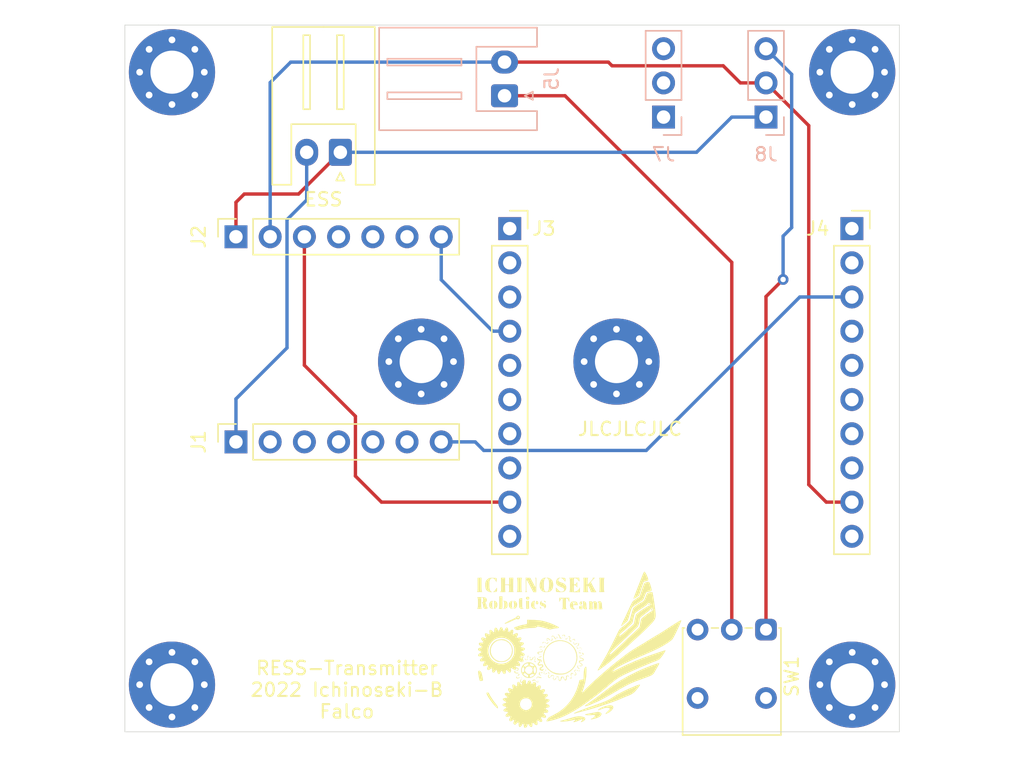
<source format=kicad_pcb>
(kicad_pcb (version 20211014) (generator pcbnew)
  (layers (0 "F.Cu" signal) (31 "B.Cu" signal) (34 "B.Paste" user) (35 "F.Paste" user) (36 "B.SilkS" user "B.Silkscreen") (37 "F.SilkS" user "F.Silkscreen") (38 "B.Mask" user) (39 "F.Mask" user) (44 "Edge.Cuts" user))
  (net 0 "")
  (net 1 "GND")
  (net 2 "+5V")
  (net 3 "RX")
  (net 4 "+3V3")
  (net 5 "TX")
  (net 6 "PW_IN")
  (net 7 "ESS_IN")
  (net 33 "VCC")
  (footprint "Connector_PinSocket_2.54mm:PinSocket_1x10_P2.54mm_Vertical" (layer "F.Cu") (at 171.475 85.12)
    (fp_text reference "J4" (at -2.54 0) (layer "F.SilkS"))
    (fp_text value "ADP_R")
    (pad "1" thru_hole rect locked (at 0 0) (size 1.7 1.7) (drill 1) (layers *.Cu *.Mask))
    (pad "2" thru_hole oval locked (at 0 2.54) (size 1.7 1.7) (drill 1) (layers *.Cu *.Mask))
    (pad "3" thru_hole oval locked (at 0 5.08) (size 1.7 1.7) (drill 1) (layers *.Cu *.Mask) (net 5 "TX"))
    (pad "4" thru_hole oval locked (at 0 7.62) (size 1.7 1.7) (drill 1) (layers *.Cu *.Mask))
    (pad "5" thru_hole oval locked (at 0 10.16) (size 1.7 1.7) (drill 1) (layers *.Cu *.Mask))
    (pad "6" thru_hole oval locked (at 0 12.7) (size 1.7 1.7) (drill 1) (layers *.Cu *.Mask))
    (pad "7" thru_hole oval locked (at 0 15.24) (size 1.7 1.7) (drill 1) (layers *.Cu *.Mask))
    (pad "8" thru_hole oval locked (at 0 17.78) (size 1.7 1.7) (drill 1) (layers *.Cu *.Mask))
    (pad "9" thru_hole oval locked (at 0 20.32) (size 1.7 1.7) (drill 1) (layers *.Cu *.Mask) (net 1 "GND"))
    (pad "10" thru_hole oval locked (at 0 22.86) (size 1.7 1.7) (drill 1) (layers *.Cu *.Mask))
  )
  (footprint "Connector_PinSocket_2.54mm:PinSocket_1x10_P2.54mm_Vertical" (layer "F.Cu") (at 146.075 85.12)
    (fp_text reference "J3" (at 2.54 0) (layer "F.SilkS"))
    (fp_text value "ADP_L")
    (pad "1" thru_hole rect locked (at 0 0) (size 1.7 1.7) (drill 1) (layers *.Cu *.Mask))
    (pad "2" thru_hole oval locked (at 0 2.54) (size 1.7 1.7) (drill 1) (layers *.Cu *.Mask))
    (pad "3" thru_hole oval locked (at 0 5.08) (size 1.7 1.7) (drill 1) (layers *.Cu *.Mask))
    (pad "4" thru_hole oval locked (at 0 7.62) (size 1.7 1.7) (drill 1) (layers *.Cu *.Mask) (net 3 "RX"))
    (pad "5" thru_hole oval locked (at 0 10.16) (size 1.7 1.7) (drill 1) (layers *.Cu *.Mask))
    (pad "6" thru_hole oval locked (at 0 12.7) (size 1.7 1.7) (drill 1) (layers *.Cu *.Mask))
    (pad "7" thru_hole oval locked (at 0 15.24) (size 1.7 1.7) (drill 1) (layers *.Cu *.Mask))
    (pad "8" thru_hole oval locked (at 0 17.78) (size 1.7 1.7) (drill 1) (layers *.Cu *.Mask))
    (pad "9" thru_hole oval locked (at 0 20.32) (size 1.7 1.7) (drill 1) (layers *.Cu *.Mask) (net 4 "+3V3"))
    (pad "10" thru_hole oval locked (at 0 22.86) (size 1.7 1.7) (drill 1) (layers *.Cu *.Mask))
  )
  (footprint "Connector_PinSocket_2.54mm:PinSocket_1x07_P2.54mm_Vertical" (layer "F.Cu") (at 125.75 100.965 90)
    (fp_text reference "J1" (at 0 -2.77 90) (layer "F.SilkS"))
    (fp_text value "Conn_01x07_Female")
    (pad "1" thru_hole rect (at 0 0 90) (size 1.7 1.7) (drill 1) (layers *.Cu *.Mask) (net 7 "ESS_IN"))
    (pad "2" thru_hole oval (at 0 2.54 90) (size 1.7 1.7) (drill 1) (layers *.Cu *.Mask))
    (pad "3" thru_hole oval (at 0 5.08 90) (size 1.7 1.7) (drill 1) (layers *.Cu *.Mask))
    (pad "4" thru_hole oval (at 0 7.62 90) (size 1.7 1.7) (drill 1) (layers *.Cu *.Mask))
    (pad "5" thru_hole oval (at 0 10.16 90) (size 1.7 1.7) (drill 1) (layers *.Cu *.Mask))
    (pad "6" thru_hole oval (at 0 12.7 90) (size 1.7 1.7) (drill 1) (layers *.Cu *.Mask))
    (pad "7" thru_hole oval (at 0 15.24 90) (size 1.7 1.7) (drill 1) (layers *.Cu *.Mask) (net 5 "TX"))
  )
  (footprint "Connector_JST:JST_XH_S2B-XH-A_1x02_P2.50mm_Horizontal" (layer "F.Cu") (at 133.5 79.45 180)
    (fp_text reference "ESS" (at 1.25 -3.5) (layer "F.SilkS"))
    (fp_text value "ESS_IN")
    (pad "1" thru_hole roundrect (at 0 0 180) (size 1.7 2) (drill 1) (layers *.Cu *.Mask) (roundrect_rratio 0.1470588235) (net 2 "+5V"))
    (pad "2" thru_hole oval (at 2.5 0 180) (size 1.7 2) (drill 1) (layers *.Cu *.Mask) (net 7 "ESS_IN"))
  )
  (footprint "Connector_PinSocket_2.54mm:PinSocket_1x07_P2.54mm_Vertical" (layer "F.Cu") (at 125.75 85.725 90)
    (fp_text reference "J2" (at 0 -2.77 90) (layer "F.SilkS"))
    (fp_text value "Conn_01x07_Female")
    (pad "1" thru_hole rect (at 0 0 90) (size 1.7 1.7) (drill 1) (layers *.Cu *.Mask) (net 2 "+5V"))
    (pad "2" thru_hole oval (at 0 2.54 90) (size 1.7 1.7) (drill 1) (layers *.Cu *.Mask) (net 1 "GND"))
    (pad "3" thru_hole oval (at 0 5.08 90) (size 1.7 1.7) (drill 1) (layers *.Cu *.Mask) (net 4 "+3V3"))
    (pad "4" thru_hole oval (at 0 7.62 90) (size 1.7 1.7) (drill 1) (layers *.Cu *.Mask))
    (pad "5" thru_hole oval (at 0 10.16 90) (size 1.7 1.7) (drill 1) (layers *.Cu *.Mask))
    (pad "6" thru_hole oval (at 0 12.7 90) (size 1.7 1.7) (drill 1) (layers *.Cu *.Mask))
    (pad "7" thru_hole oval (at 0 15.24 90) (size 1.7 1.7) (drill 1) (layers *.Cu *.Mask) (net 3 "RX"))
  )
  (footprint "MountingHole:MountingHole_3.2mm_M3_Pad_Via" (layer "F.Cu") (at 121 119)
    (fp_text reference "REF**" hide)
    (fp_text value "MountingHole_3.2mm_M3_Pad_Via")
    (pad "1" thru_hole circle (at -1.697056 -1.697056) (size 0.8 0.8) (drill 0.5) (layers *.Cu *.Mask))
    (pad "1" thru_hole circle (at -2.4 0) (size 0.8 0.8) (drill 0.5) (layers *.Cu *.Mask))
    (pad "1" thru_hole circle (at 0 0) (size 6.4 6.4) (drill 3.2) (layers *.Cu *.Mask))
    (pad "1" thru_hole circle (at -1.697056 1.697056) (size 0.8 0.8) (drill 0.5) (layers *.Cu *.Mask))
    (pad "1" thru_hole circle (at 1.697056 -1.697056) (size 0.8 0.8) (drill 0.5) (layers *.Cu *.Mask))
    (pad "1" thru_hole circle (at 0 -2.4) (size 0.8 0.8) (drill 0.5) (layers *.Cu *.Mask))
    (pad "1" thru_hole circle (at 1.697056 1.697056) (size 0.8 0.8) (drill 0.5) (layers *.Cu *.Mask))
    (pad "1" thru_hole circle (at 0 2.4) (size 0.8 0.8) (drill 0.5) (layers *.Cu *.Mask))
    (pad "1" thru_hole circle (at 2.4 0) (size 0.8 0.8) (drill 0.5) (layers *.Cu *.Mask))
  )
  (footprint "MountingHole:MountingHole_3.2mm_M3_Pad_Via" (layer "F.Cu") (at 171.5 119)
    (fp_text reference "REF**" hide)
    (fp_text value "MountingHole_3.2mm_M3_Pad_Via")
    (pad "1" thru_hole circle (at -1.697056 -1.697056) (size 0.8 0.8) (drill 0.5) (layers *.Cu *.Mask))
    (pad "1" thru_hole circle (at 0 -2.4) (size 0.8 0.8) (drill 0.5) (layers *.Cu *.Mask))
    (pad "1" thru_hole circle (at 1.697056 1.697056) (size 0.8 0.8) (drill 0.5) (layers *.Cu *.Mask))
    (pad "1" thru_hole circle (at 0 2.4) (size 0.8 0.8) (drill 0.5) (layers *.Cu *.Mask))
    (pad "1" thru_hole circle (at -1.697056 1.697056) (size 0.8 0.8) (drill 0.5) (layers *.Cu *.Mask))
    (pad "1" thru_hole circle (at -2.4 0) (size 0.8 0.8) (drill 0.5) (layers *.Cu *.Mask))
    (pad "1" thru_hole circle (at 2.4 0) (size 0.8 0.8) (drill 0.5) (layers *.Cu *.Mask))
    (pad "1" thru_hole circle (at 0 0) (size 6.4 6.4) (drill 3.2) (layers *.Cu *.Mask))
    (pad "1" thru_hole circle (at 1.697056 -1.697056) (size 0.8 0.8) (drill 0.5) (layers *.Cu *.Mask))
  )
  (footprint "Button_Switch_THT:SW_Push_1P2T_Vertical_E-Switch_800UDP8P1A1M6" (layer "F.Cu") (at 165.1 114.91 -90)
    (fp_text reference "SW1" (at 3.48 -1.91 90) (layer "F.SilkS"))
    (fp_text value "SW_SPDT")
    (pad "" thru_hole circle (at 5.08 0 90) (size 1.6 1.6) (drill 0.89) (layers *.Cu *.Mask))
    (pad "" thru_hole circle (at 5.08 5.08 90) (size 1.6 1.6) (drill 0.89) (layers *.Cu *.Mask))
    (pad "1" thru_hole roundrect (at 0 0 90) (size 1.6 1.6) (drill 0.89) (layers *.Cu *.Mask) (net 33 "VCC"))
    (pad "2" thru_hole circle (at 0 2.54 90) (size 1.6 1.6) (drill 0.89) (layers *.Cu *.Mask) (net 6 "PW_IN"))
    (pad "3" thru_hole circle (at 0 5.08 90) (size 1.6 1.6) (drill 0.89) (layers *.Cu *.Mask))
  )
  (footprint "MountingHole:MountingHole_3.2mm_M3_Pad_Via" (layer "F.Cu") (at 121 73.5)
    (fp_text reference "REF**" hide)
    (fp_text value "MountingHole_3.2mm_M3_Pad_Via")
    (pad "1" thru_hole circle (at 0 0) (size 6.4 6.4) (drill 3.2) (layers *.Cu *.Mask))
    (pad "1" thru_hole circle (at 1.697056 -1.697056) (size 0.8 0.8) (drill 0.5) (layers *.Cu *.Mask))
    (pad "1" thru_hole circle (at 0 2.4) (size 0.8 0.8) (drill 0.5) (layers *.Cu *.Mask))
    (pad "1" thru_hole circle (at -2.4 0) (size 0.8 0.8) (drill 0.5) (layers *.Cu *.Mask))
    (pad "1" thru_hole circle (at -1.697056 1.697056) (size 0.8 0.8) (drill 0.5) (layers *.Cu *.Mask))
    (pad "1" thru_hole circle (at 0 -2.4) (size 0.8 0.8) (drill 0.5) (layers *.Cu *.Mask))
    (pad "1" thru_hole circle (at 1.697056 1.697056) (size 0.8 0.8) (drill 0.5) (layers *.Cu *.Mask))
    (pad "1" thru_hole circle (at -1.697056 -1.697056) (size 0.8 0.8) (drill 0.5) (layers *.Cu *.Mask))
    (pad "1" thru_hole circle (at 2.4 0) (size 0.8 0.8) (drill 0.5) (layers *.Cu *.Mask))
  )
  (footprint "MountingHole:MountingHole_3.2mm_M3_Pad_Via" (layer "F.Cu") (at 139.5 95 90)
    (fp_text reference "REF**" hide)
    (fp_text value "MountingHole_3.2mm_M3_Pad_Via")
    (pad "1" thru_hole circle (at 0 -2.4 90) (size 0.8 0.8) (drill 0.5) (layers *.Cu *.Mask))
    (pad "1" thru_hole circle (at -1.697056 -1.697056 90) (size 0.8 0.8) (drill 0.5) (layers *.Cu *.Mask))
    (pad "1" thru_hole circle (at 0 0 90) (size 6.4 6.4) (drill 3.2) (layers *.Cu *.Mask))
    (pad "1" thru_hole circle (at 1.697056 1.697056 90) (size 0.8 0.8) (drill 0.5) (layers *.Cu *.Mask))
    (pad "1" thru_hole circle (at 0 2.4 90) (size 0.8 0.8) (drill 0.5) (layers *.Cu *.Mask))
    (pad "1" thru_hole circle (at -2.4 0 90) (size 0.8 0.8) (drill 0.5) (layers *.Cu *.Mask))
    (pad "1" thru_hole circle (at -1.697056 1.697056 90) (size 0.8 0.8) (drill 0.5) (layers *.Cu *.Mask))
    (pad "1" thru_hole circle (at 2.4 0 90) (size 0.8 0.8) (drill 0.5) (layers *.Cu *.Mask))
    (pad "1" thru_hole circle (at 1.697056 -1.697056 90) (size 0.8 0.8) (drill 0.5) (layers *.Cu *.Mask))
  )
  (footprint "MountingHole:MountingHole_3.2mm_M3_Pad_Via" (layer "F.Cu") (at 154 95 90)
    (fp_text reference "REF**" hide)
    (fp_text value "MountingHole_3.2mm_M3_Pad_Via")
    (pad "1" thru_hole circle (at 1.697056 -1.697056 90) (size 0.8 0.8) (drill 0.5) (layers *.Cu *.Mask))
    (pad "1" thru_hole circle (at 2.4 0 90) (size 0.8 0.8) (drill 0.5) (layers *.Cu *.Mask))
    (pad "1" thru_hole circle (at -1.697056 1.697056 90) (size 0.8 0.8) (drill 0.5) (layers *.Cu *.Mask))
    (pad "1" thru_hole circle (at 0 2.4 90) (size 0.8 0.8) (drill 0.5) (layers *.Cu *.Mask))
    (pad "1" thru_hole circle (at 0 -2.4 90) (size 0.8 0.8) (drill 0.5) (layers *.Cu *.Mask))
    (pad "1" thru_hole circle (at -1.697056 -1.697056 90) (size 0.8 0.8) (drill 0.5) (layers *.Cu *.Mask))
    (pad "1" thru_hole circle (at -2.4 0 90) (size 0.8 0.8) (drill 0.5) (layers *.Cu *.Mask))
    (pad "1" thru_hole circle (at 1.697056 1.697056 90) (size 0.8 0.8) (drill 0.5) (layers *.Cu *.Mask))
    (pad "1" thru_hole circle (at 0 0 90) (size 6.4 6.4) (drill 3.2) (layers *.Cu *.Mask))
  )
  (footprint "INCT:INCT" (layer "F.Cu") (at 150.495 115.57)
    (fp_text reference "J8" hide)
    (fp_text value "Logo" hide)
  )
  (footprint "MountingHole:MountingHole_3.2mm_M3_Pad_Via" (layer "F.Cu") (at 171.5 73.5)
    (fp_text reference "REF**" hide)
    (fp_text value "MountingHole_3.2mm_M3_Pad_Via")
    (pad "1" thru_hole circle (at 1.697056 -1.697056) (size 0.8 0.8) (drill 0.5) (layers *.Cu *.Mask))
    (pad "1" thru_hole circle (at -1.697056 1.697056) (size 0.8 0.8) (drill 0.5) (layers *.Cu *.Mask))
    (pad "1" thru_hole circle (at -1.697056 -1.697056) (size 0.8 0.8) (drill 0.5) (layers *.Cu *.Mask))
    (pad "1" thru_hole circle (at -2.4 0) (size 0.8 0.8) (drill 0.5) (layers *.Cu *.Mask))
    (pad "1" thru_hole circle (at 0 0) (size 6.4 6.4) (drill 3.2) (layers *.Cu *.Mask))
    (pad "1" thru_hole circle (at 0 -2.4) (size 0.8 0.8) (drill 0.5) (layers *.Cu *.Mask))
    (pad "1" thru_hole circle (at 2.4 0) (size 0.8 0.8) (drill 0.5) (layers *.Cu *.Mask))
    (pad "1" thru_hole circle (at 1.697056 1.697056) (size 0.8 0.8) (drill 0.5) (layers *.Cu *.Mask))
    (pad "1" thru_hole circle (at 0 2.4) (size 0.8 0.8) (drill 0.5) (layers *.Cu *.Mask))
  )
  (footprint "Connector_JST:JST_XH_S2B-XH-A_1x02_P2.50mm_Horizontal" (layer "B.Cu") (at 145.69 75.25 90)
    (fp_text reference "J5" (at 1.25 3.5 90) (layer "B.SilkS") (effects (justify mirror)))
    (fp_text value "POWER")
    (pad "1" thru_hole roundrect (at 0 0 90) (size 1.7 2) (drill 1) (layers *.Cu *.Mask) (roundrect_rratio 0.147059) (net 6 "PW_IN"))
    (pad "2" thru_hole oval (at 2.5 0 90) (size 1.7 2) (drill 1) (layers *.Cu *.Mask) (net 1 "GND"))
  )
  (footprint "Connector_PinSocket_2.54mm:PinSocket_1x03_P2.54mm_Vertical" (layer "B.Cu") (at 165.1 76.835)
    (fp_text reference "J8" (at 0 2.77) (layer "B.SilkS") (effects (justify mirror)))
    (fp_text value "Conn_01x03_Female")
    (pad "1" thru_hole rect (at 0 0) (size 1.7 1.7) (drill 1) (layers *.Cu *.Mask) (net 2 "+5V"))
    (pad "2" thru_hole oval (at 0 -2.54) (size 1.7 1.7) (drill 1) (layers *.Cu *.Mask) (net 1 "GND"))
    (pad "3" thru_hole oval (at 0 -5.08) (size 1.7 1.7) (drill 1) (layers *.Cu *.Mask) (net 33 "VCC"))
  )
  (footprint "Connector_PinSocket_2.54mm:PinSocket_1x03_P2.54mm_Vertical" (layer "B.Cu") (at 157.495 76.835)
    (fp_text reference "J7" (at 0 2.77) (layer "B.SilkS") (effects (justify mirror)))
    (fp_text value "Conn_01x03_Female")
    (pad "1" thru_hole rect (at 0 0) (size 1.7 1.7) (drill 1) (layers *.Cu *.Mask))
    (pad "2" thru_hole oval (at 0 -2.54) (size 1.7 1.7) (drill 1) (layers *.Cu *.Mask))
    (pad "3" thru_hole oval (at 0 -5.08) (size 1.7 1.7) (drill 1) (layers *.Cu *.Mask))
  )
  (gr_line (start 172.5 122.5) (end 117.5 122.5) (layer "Edge.Cuts") (width 0.05))
  (gr_line (start 172.5 122.5) (end 175 122.5) (layer "Edge.Cuts") (width 0.05))
  (gr_line (start 175 70) (end 175 120) (layer "Edge.Cuts") (width 0.05))
  (gr_line (start 175 122.5) (end 175 120) (layer "Edge.Cuts") (width 0.05))
  (gr_line (start 120 70) (end 175 70) (layer "Edge.Cuts") (width 0.05))
  (gr_line (start 117.5 122.5) (end 117.5 72.5) (layer "Edge.Cuts") (width 0.05))
  (gr_line (start 117.5 70) (end 120 70) (layer "Edge.Cuts") (width 0.05))
  (gr_line (start 117.5 72.5) (end 117.5 70) (layer "Edge.Cuts") (width 0.05))
  (gr_text "RESS-Transmitter\n2022 Ichinoseki-B\nFalco" (at 133.985 119.38) (layer "F.SilkS") (effects (font (size 1 1))))
  (gr_text "JLCJLCJLC" (at 155 100) (layer "F.SilkS") (effects (font (size 1 1))))
  (segment (start 169.575 105.44) (end 171.475 105.44) (width 0.25) (layer "F.Cu") (net 1))
  (segment (start 168.275 104.14) (end 169.575 105.44) (width 0.25) (layer "F.Cu") (net 1))
  (segment (start 165.1 74.295) (end 168.275 77.47) (width 0.25) (layer "F.Cu") (net 1))
  (segment (start 168.275 77.47) (end 168.275 104.14) (width 0.25) (layer "F.Cu") (net 1))
  (segment (start 153.67 73.025) (end 161.925 73.025) (width 0.25) (layer "F.Cu") (net 1))
  (segment (start 153.395 72.75) (end 153.67 73.025) (width 0.25) (layer "F.Cu") (net 1))
  (segment (start 161.925 73.025) (end 163.195 74.295) (width 0.25) (layer "F.Cu") (net 1))
  (segment (start 145.69 72.75) (end 153.395 72.75) (width 0.25) (layer "F.Cu") (net 1))
  (segment (start 163.195 74.295) (end 165.1 74.295) (width 0.25) (layer "F.Cu") (net 1))
  (segment (start 129.815 72.75) (end 145.69 72.75) (width 0.25) (layer "B.Cu") (net 1))
  (segment (start 128.29 74.275) (end 129.815 72.75) (width 0.25) (layer "B.Cu") (net 1))
  (segment (start 128.29 74.275) (end 128.29 85.725) (width 0.25) (layer "B.Cu") (net 1))
  (segment (start 130.4 82.55) (end 126.365 82.55) (width 0.25) (layer "F.Cu") (net 2))
  (segment (start 125.75 83.165) (end 125.75 85.725) (width 0.25) (layer "F.Cu") (net 2))
  (segment (start 133.5 79.45) (end 130.4 82.55) (width 0.25) (layer "F.Cu") (net 2))
  (segment (start 126.365 82.55) (end 125.75 83.165) (width 0.25) (layer "F.Cu") (net 2))
  (segment (start 162.56 76.835) (end 165.1 76.835) (width 0.25) (layer "B.Cu") (net 2))
  (segment (start 133.5 79.45) (end 159.945 79.45) (width 0.25) (layer "B.Cu") (net 2))
  (segment (start 159.945 79.45) (end 162.56 76.835) (width 0.25) (layer "B.Cu") (net 2))
  (segment (start 140.99 88.92) (end 144.81 92.74) (width 0.25) (layer "B.Cu") (net 3))
  (segment (start 144.81 92.74) (end 146.075 92.74) (width 0.25) (layer "B.Cu") (net 3))
  (segment (start 140.99 85.725) (end 140.99 88.92) (width 0.25) (layer "B.Cu") (net 3))
  (segment (start 130.83 95.27) (end 134.62 99.06) (width 0.25) (layer "F.Cu") (net 4))
  (segment (start 134.62 103.505) (end 136.555 105.44) (width 0.25) (layer "F.Cu") (net 4))
  (segment (start 130.83 85.725) (end 130.83 95.27) (width 0.25) (layer "F.Cu") (net 4))
  (segment (start 136.555 105.44) (end 146.075 105.44) (width 0.25) (layer "F.Cu") (net 4))
  (segment (start 134.62 99.06) (end 134.62 103.505) (width 0.25) (layer "F.Cu") (net 4))
  (segment (start 167.61 90.2) (end 156.21 101.6) (width 0.25) (layer "B.Cu") (net 5))
  (segment (start 156.21 101.6) (end 144.145 101.6) (width 0.25) (layer "B.Cu") (net 5))
  (segment (start 144.145 101.6) (end 143.51 100.965) (width 0.25) (layer "B.Cu") (net 5))
  (segment (start 143.51 100.965) (end 140.99 100.965) (width 0.25) (layer "B.Cu") (net 5))
  (segment (start 171.475 90.2) (end 167.61 90.2) (width 0.25) (layer "B.Cu") (net 5))
  (segment (start 150.18 75.25) (end 162.56 87.63) (width 0.25) (layer "F.Cu") (net 6))
  (segment (start 162.56 87.63) (end 162.56 114.91) (width 0.25) (layer "F.Cu") (net 6))
  (segment (start 145.69 75.25) (end 150.18 75.25) (width 0.25) (layer "F.Cu") (net 6))
  (segment (start 125.75 97.77) (end 125.75 100.965) (width 0.25) (layer "B.Cu") (net 7))
  (segment (start 131 82.995) (end 129.54 84.455) (width 0.25) (layer "B.Cu") (net 7))
  (segment (start 129.54 93.98) (end 125.75 97.77) (width 0.25) (layer "B.Cu") (net 7))
  (segment (start 131 79.45) (end 131 82.995) (width 0.25) (layer "B.Cu") (net 7))
  (segment (start 129.54 84.455) (end 129.54 93.98) (width 0.25) (layer "B.Cu") (net 7))
  (segment (start 165.1 114.91) (end 165.1 90.17) (width 0.25) (layer "F.Cu") (net 33))
  (segment (start 165.1 90.17) (end 166.37 88.9) (width 0.25) (layer "F.Cu") (net 33))
  (via (at 166.37 88.9) (size 0.8) (drill 0.4) (layers "F.Cu" "B.Cu") (net 33))
  (segment (start 166.37 85.676701) (end 166.37 88.9) (width 0.25) (layer "B.Cu") (net 33))
  (segment (start 167.005 73.66) (end 167.005 85.041701) (width 0.25) (layer "B.Cu") (net 33))
  (segment (start 167.005 85.041701) (end 166.37 85.676701) (width 0.25) (layer "B.Cu") (net 33))
  (segment (start 165.1 71.755) (end 167.005 73.66) (width 0.25) (layer "B.Cu") (net 33))
)
</source>
